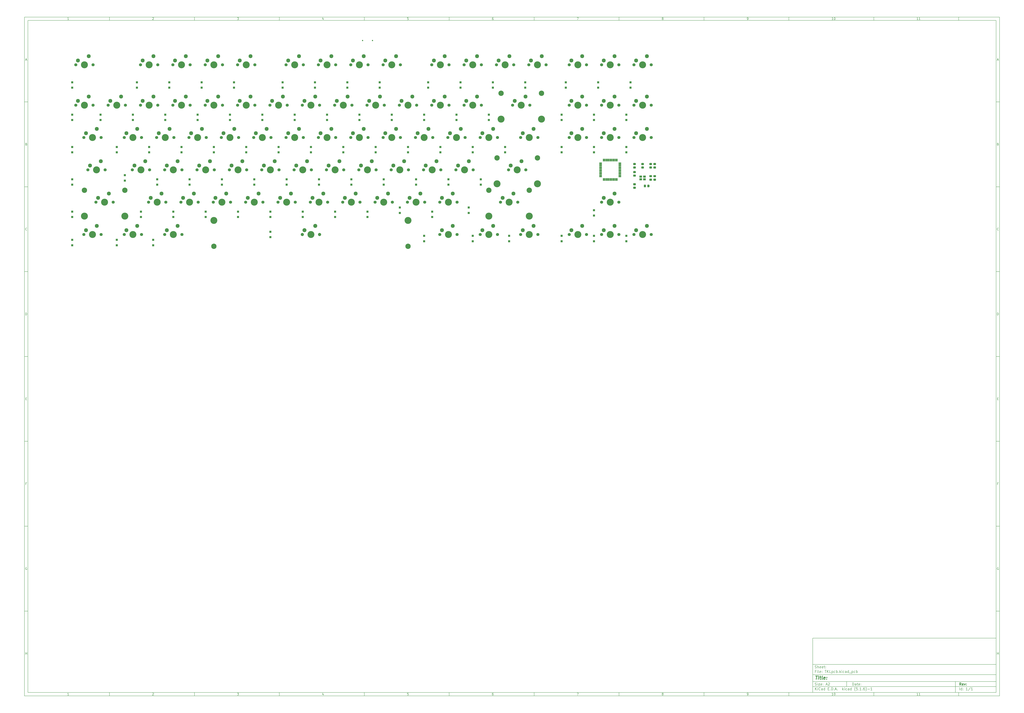
<source format=gbr>
%TF.GenerationSoftware,KiCad,Pcbnew,(5.1.6)-1*%
%TF.CreationDate,2020-07-25T19:19:23-04:00*%
%TF.ProjectId,TKLpcb,544b4c70-6362-42e6-9b69-6361645f7063,rev?*%
%TF.SameCoordinates,Original*%
%TF.FileFunction,Soldermask,Bot*%
%TF.FilePolarity,Negative*%
%FSLAX46Y46*%
G04 Gerber Fmt 4.6, Leading zero omitted, Abs format (unit mm)*
G04 Created by KiCad (PCBNEW (5.1.6)-1) date 2020-07-25 19:19:23*
%MOMM*%
%LPD*%
G01*
G04 APERTURE LIST*
%ADD10C,0.100000*%
%ADD11C,0.150000*%
%ADD12C,0.300000*%
%ADD13C,0.400000*%
%ADD14R,1.500000X1.300000*%
%ADD15R,0.650000X1.600000*%
%ADD16R,1.600000X0.650000*%
%ADD17C,1.800000*%
%ADD18C,4.100000*%
%ADD19C,2.300000*%
%ADD20C,2.350000*%
%ADD21C,4.087800*%
%ADD22C,1.850000*%
%ADD23C,3.148000*%
%ADD24C,3.150000*%
%ADD25C,0.750000*%
%ADD26R,1.300000X1.300000*%
G04 APERTURE END LIST*
D10*
D11*
X474004400Y-375989000D02*
X474004400Y-407989000D01*
X582004400Y-407989000D01*
X582004400Y-375989000D01*
X474004400Y-375989000D01*
D10*
D11*
X10000000Y-10000000D02*
X10000000Y-409989000D01*
X584004400Y-409989000D01*
X584004400Y-10000000D01*
X10000000Y-10000000D01*
D10*
D11*
X12000000Y-12000000D02*
X12000000Y-407989000D01*
X582004400Y-407989000D01*
X582004400Y-12000000D01*
X12000000Y-12000000D01*
D10*
D11*
X60000000Y-12000000D02*
X60000000Y-10000000D01*
D10*
D11*
X110000000Y-12000000D02*
X110000000Y-10000000D01*
D10*
D11*
X160000000Y-12000000D02*
X160000000Y-10000000D01*
D10*
D11*
X210000000Y-12000000D02*
X210000000Y-10000000D01*
D10*
D11*
X260000000Y-12000000D02*
X260000000Y-10000000D01*
D10*
D11*
X310000000Y-12000000D02*
X310000000Y-10000000D01*
D10*
D11*
X360000000Y-12000000D02*
X360000000Y-10000000D01*
D10*
D11*
X410000000Y-12000000D02*
X410000000Y-10000000D01*
D10*
D11*
X460000000Y-12000000D02*
X460000000Y-10000000D01*
D10*
D11*
X510000000Y-12000000D02*
X510000000Y-10000000D01*
D10*
D11*
X560000000Y-12000000D02*
X560000000Y-10000000D01*
D10*
D11*
X36065476Y-11588095D02*
X35322619Y-11588095D01*
X35694047Y-11588095D02*
X35694047Y-10288095D01*
X35570238Y-10473809D01*
X35446428Y-10597619D01*
X35322619Y-10659523D01*
D10*
D11*
X85322619Y-10411904D02*
X85384523Y-10350000D01*
X85508333Y-10288095D01*
X85817857Y-10288095D01*
X85941666Y-10350000D01*
X86003571Y-10411904D01*
X86065476Y-10535714D01*
X86065476Y-10659523D01*
X86003571Y-10845238D01*
X85260714Y-11588095D01*
X86065476Y-11588095D01*
D10*
D11*
X135260714Y-10288095D02*
X136065476Y-10288095D01*
X135632142Y-10783333D01*
X135817857Y-10783333D01*
X135941666Y-10845238D01*
X136003571Y-10907142D01*
X136065476Y-11030952D01*
X136065476Y-11340476D01*
X136003571Y-11464285D01*
X135941666Y-11526190D01*
X135817857Y-11588095D01*
X135446428Y-11588095D01*
X135322619Y-11526190D01*
X135260714Y-11464285D01*
D10*
D11*
X185941666Y-10721428D02*
X185941666Y-11588095D01*
X185632142Y-10226190D02*
X185322619Y-11154761D01*
X186127380Y-11154761D01*
D10*
D11*
X236003571Y-10288095D02*
X235384523Y-10288095D01*
X235322619Y-10907142D01*
X235384523Y-10845238D01*
X235508333Y-10783333D01*
X235817857Y-10783333D01*
X235941666Y-10845238D01*
X236003571Y-10907142D01*
X236065476Y-11030952D01*
X236065476Y-11340476D01*
X236003571Y-11464285D01*
X235941666Y-11526190D01*
X235817857Y-11588095D01*
X235508333Y-11588095D01*
X235384523Y-11526190D01*
X235322619Y-11464285D01*
D10*
D11*
X285941666Y-10288095D02*
X285694047Y-10288095D01*
X285570238Y-10350000D01*
X285508333Y-10411904D01*
X285384523Y-10597619D01*
X285322619Y-10845238D01*
X285322619Y-11340476D01*
X285384523Y-11464285D01*
X285446428Y-11526190D01*
X285570238Y-11588095D01*
X285817857Y-11588095D01*
X285941666Y-11526190D01*
X286003571Y-11464285D01*
X286065476Y-11340476D01*
X286065476Y-11030952D01*
X286003571Y-10907142D01*
X285941666Y-10845238D01*
X285817857Y-10783333D01*
X285570238Y-10783333D01*
X285446428Y-10845238D01*
X285384523Y-10907142D01*
X285322619Y-11030952D01*
D10*
D11*
X335260714Y-10288095D02*
X336127380Y-10288095D01*
X335570238Y-11588095D01*
D10*
D11*
X385570238Y-10845238D02*
X385446428Y-10783333D01*
X385384523Y-10721428D01*
X385322619Y-10597619D01*
X385322619Y-10535714D01*
X385384523Y-10411904D01*
X385446428Y-10350000D01*
X385570238Y-10288095D01*
X385817857Y-10288095D01*
X385941666Y-10350000D01*
X386003571Y-10411904D01*
X386065476Y-10535714D01*
X386065476Y-10597619D01*
X386003571Y-10721428D01*
X385941666Y-10783333D01*
X385817857Y-10845238D01*
X385570238Y-10845238D01*
X385446428Y-10907142D01*
X385384523Y-10969047D01*
X385322619Y-11092857D01*
X385322619Y-11340476D01*
X385384523Y-11464285D01*
X385446428Y-11526190D01*
X385570238Y-11588095D01*
X385817857Y-11588095D01*
X385941666Y-11526190D01*
X386003571Y-11464285D01*
X386065476Y-11340476D01*
X386065476Y-11092857D01*
X386003571Y-10969047D01*
X385941666Y-10907142D01*
X385817857Y-10845238D01*
D10*
D11*
X435446428Y-11588095D02*
X435694047Y-11588095D01*
X435817857Y-11526190D01*
X435879761Y-11464285D01*
X436003571Y-11278571D01*
X436065476Y-11030952D01*
X436065476Y-10535714D01*
X436003571Y-10411904D01*
X435941666Y-10350000D01*
X435817857Y-10288095D01*
X435570238Y-10288095D01*
X435446428Y-10350000D01*
X435384523Y-10411904D01*
X435322619Y-10535714D01*
X435322619Y-10845238D01*
X435384523Y-10969047D01*
X435446428Y-11030952D01*
X435570238Y-11092857D01*
X435817857Y-11092857D01*
X435941666Y-11030952D01*
X436003571Y-10969047D01*
X436065476Y-10845238D01*
D10*
D11*
X486065476Y-11588095D02*
X485322619Y-11588095D01*
X485694047Y-11588095D02*
X485694047Y-10288095D01*
X485570238Y-10473809D01*
X485446428Y-10597619D01*
X485322619Y-10659523D01*
X486870238Y-10288095D02*
X486994047Y-10288095D01*
X487117857Y-10350000D01*
X487179761Y-10411904D01*
X487241666Y-10535714D01*
X487303571Y-10783333D01*
X487303571Y-11092857D01*
X487241666Y-11340476D01*
X487179761Y-11464285D01*
X487117857Y-11526190D01*
X486994047Y-11588095D01*
X486870238Y-11588095D01*
X486746428Y-11526190D01*
X486684523Y-11464285D01*
X486622619Y-11340476D01*
X486560714Y-11092857D01*
X486560714Y-10783333D01*
X486622619Y-10535714D01*
X486684523Y-10411904D01*
X486746428Y-10350000D01*
X486870238Y-10288095D01*
D10*
D11*
X536065476Y-11588095D02*
X535322619Y-11588095D01*
X535694047Y-11588095D02*
X535694047Y-10288095D01*
X535570238Y-10473809D01*
X535446428Y-10597619D01*
X535322619Y-10659523D01*
X537303571Y-11588095D02*
X536560714Y-11588095D01*
X536932142Y-11588095D02*
X536932142Y-10288095D01*
X536808333Y-10473809D01*
X536684523Y-10597619D01*
X536560714Y-10659523D01*
D10*
D11*
X60000000Y-407989000D02*
X60000000Y-409989000D01*
D10*
D11*
X110000000Y-407989000D02*
X110000000Y-409989000D01*
D10*
D11*
X160000000Y-407989000D02*
X160000000Y-409989000D01*
D10*
D11*
X210000000Y-407989000D02*
X210000000Y-409989000D01*
D10*
D11*
X260000000Y-407989000D02*
X260000000Y-409989000D01*
D10*
D11*
X310000000Y-407989000D02*
X310000000Y-409989000D01*
D10*
D11*
X360000000Y-407989000D02*
X360000000Y-409989000D01*
D10*
D11*
X410000000Y-407989000D02*
X410000000Y-409989000D01*
D10*
D11*
X460000000Y-407989000D02*
X460000000Y-409989000D01*
D10*
D11*
X510000000Y-407989000D02*
X510000000Y-409989000D01*
D10*
D11*
X560000000Y-407989000D02*
X560000000Y-409989000D01*
D10*
D11*
X36065476Y-409577095D02*
X35322619Y-409577095D01*
X35694047Y-409577095D02*
X35694047Y-408277095D01*
X35570238Y-408462809D01*
X35446428Y-408586619D01*
X35322619Y-408648523D01*
D10*
D11*
X85322619Y-408400904D02*
X85384523Y-408339000D01*
X85508333Y-408277095D01*
X85817857Y-408277095D01*
X85941666Y-408339000D01*
X86003571Y-408400904D01*
X86065476Y-408524714D01*
X86065476Y-408648523D01*
X86003571Y-408834238D01*
X85260714Y-409577095D01*
X86065476Y-409577095D01*
D10*
D11*
X135260714Y-408277095D02*
X136065476Y-408277095D01*
X135632142Y-408772333D01*
X135817857Y-408772333D01*
X135941666Y-408834238D01*
X136003571Y-408896142D01*
X136065476Y-409019952D01*
X136065476Y-409329476D01*
X136003571Y-409453285D01*
X135941666Y-409515190D01*
X135817857Y-409577095D01*
X135446428Y-409577095D01*
X135322619Y-409515190D01*
X135260714Y-409453285D01*
D10*
D11*
X185941666Y-408710428D02*
X185941666Y-409577095D01*
X185632142Y-408215190D02*
X185322619Y-409143761D01*
X186127380Y-409143761D01*
D10*
D11*
X236003571Y-408277095D02*
X235384523Y-408277095D01*
X235322619Y-408896142D01*
X235384523Y-408834238D01*
X235508333Y-408772333D01*
X235817857Y-408772333D01*
X235941666Y-408834238D01*
X236003571Y-408896142D01*
X236065476Y-409019952D01*
X236065476Y-409329476D01*
X236003571Y-409453285D01*
X235941666Y-409515190D01*
X235817857Y-409577095D01*
X235508333Y-409577095D01*
X235384523Y-409515190D01*
X235322619Y-409453285D01*
D10*
D11*
X285941666Y-408277095D02*
X285694047Y-408277095D01*
X285570238Y-408339000D01*
X285508333Y-408400904D01*
X285384523Y-408586619D01*
X285322619Y-408834238D01*
X285322619Y-409329476D01*
X285384523Y-409453285D01*
X285446428Y-409515190D01*
X285570238Y-409577095D01*
X285817857Y-409577095D01*
X285941666Y-409515190D01*
X286003571Y-409453285D01*
X286065476Y-409329476D01*
X286065476Y-409019952D01*
X286003571Y-408896142D01*
X285941666Y-408834238D01*
X285817857Y-408772333D01*
X285570238Y-408772333D01*
X285446428Y-408834238D01*
X285384523Y-408896142D01*
X285322619Y-409019952D01*
D10*
D11*
X335260714Y-408277095D02*
X336127380Y-408277095D01*
X335570238Y-409577095D01*
D10*
D11*
X385570238Y-408834238D02*
X385446428Y-408772333D01*
X385384523Y-408710428D01*
X385322619Y-408586619D01*
X385322619Y-408524714D01*
X385384523Y-408400904D01*
X385446428Y-408339000D01*
X385570238Y-408277095D01*
X385817857Y-408277095D01*
X385941666Y-408339000D01*
X386003571Y-408400904D01*
X386065476Y-408524714D01*
X386065476Y-408586619D01*
X386003571Y-408710428D01*
X385941666Y-408772333D01*
X385817857Y-408834238D01*
X385570238Y-408834238D01*
X385446428Y-408896142D01*
X385384523Y-408958047D01*
X385322619Y-409081857D01*
X385322619Y-409329476D01*
X385384523Y-409453285D01*
X385446428Y-409515190D01*
X385570238Y-409577095D01*
X385817857Y-409577095D01*
X385941666Y-409515190D01*
X386003571Y-409453285D01*
X386065476Y-409329476D01*
X386065476Y-409081857D01*
X386003571Y-408958047D01*
X385941666Y-408896142D01*
X385817857Y-408834238D01*
D10*
D11*
X435446428Y-409577095D02*
X435694047Y-409577095D01*
X435817857Y-409515190D01*
X435879761Y-409453285D01*
X436003571Y-409267571D01*
X436065476Y-409019952D01*
X436065476Y-408524714D01*
X436003571Y-408400904D01*
X435941666Y-408339000D01*
X435817857Y-408277095D01*
X435570238Y-408277095D01*
X435446428Y-408339000D01*
X435384523Y-408400904D01*
X435322619Y-408524714D01*
X435322619Y-408834238D01*
X435384523Y-408958047D01*
X435446428Y-409019952D01*
X435570238Y-409081857D01*
X435817857Y-409081857D01*
X435941666Y-409019952D01*
X436003571Y-408958047D01*
X436065476Y-408834238D01*
D10*
D11*
X486065476Y-409577095D02*
X485322619Y-409577095D01*
X485694047Y-409577095D02*
X485694047Y-408277095D01*
X485570238Y-408462809D01*
X485446428Y-408586619D01*
X485322619Y-408648523D01*
X486870238Y-408277095D02*
X486994047Y-408277095D01*
X487117857Y-408339000D01*
X487179761Y-408400904D01*
X487241666Y-408524714D01*
X487303571Y-408772333D01*
X487303571Y-409081857D01*
X487241666Y-409329476D01*
X487179761Y-409453285D01*
X487117857Y-409515190D01*
X486994047Y-409577095D01*
X486870238Y-409577095D01*
X486746428Y-409515190D01*
X486684523Y-409453285D01*
X486622619Y-409329476D01*
X486560714Y-409081857D01*
X486560714Y-408772333D01*
X486622619Y-408524714D01*
X486684523Y-408400904D01*
X486746428Y-408339000D01*
X486870238Y-408277095D01*
D10*
D11*
X536065476Y-409577095D02*
X535322619Y-409577095D01*
X535694047Y-409577095D02*
X535694047Y-408277095D01*
X535570238Y-408462809D01*
X535446428Y-408586619D01*
X535322619Y-408648523D01*
X537303571Y-409577095D02*
X536560714Y-409577095D01*
X536932142Y-409577095D02*
X536932142Y-408277095D01*
X536808333Y-408462809D01*
X536684523Y-408586619D01*
X536560714Y-408648523D01*
D10*
D11*
X10000000Y-60000000D02*
X12000000Y-60000000D01*
D10*
D11*
X10000000Y-110000000D02*
X12000000Y-110000000D01*
D10*
D11*
X10000000Y-160000000D02*
X12000000Y-160000000D01*
D10*
D11*
X10000000Y-210000000D02*
X12000000Y-210000000D01*
D10*
D11*
X10000000Y-260000000D02*
X12000000Y-260000000D01*
D10*
D11*
X10000000Y-310000000D02*
X12000000Y-310000000D01*
D10*
D11*
X10000000Y-360000000D02*
X12000000Y-360000000D01*
D10*
D11*
X10690476Y-35216666D02*
X11309523Y-35216666D01*
X10566666Y-35588095D02*
X11000000Y-34288095D01*
X11433333Y-35588095D01*
D10*
D11*
X11092857Y-84907142D02*
X11278571Y-84969047D01*
X11340476Y-85030952D01*
X11402380Y-85154761D01*
X11402380Y-85340476D01*
X11340476Y-85464285D01*
X11278571Y-85526190D01*
X11154761Y-85588095D01*
X10659523Y-85588095D01*
X10659523Y-84288095D01*
X11092857Y-84288095D01*
X11216666Y-84350000D01*
X11278571Y-84411904D01*
X11340476Y-84535714D01*
X11340476Y-84659523D01*
X11278571Y-84783333D01*
X11216666Y-84845238D01*
X11092857Y-84907142D01*
X10659523Y-84907142D01*
D10*
D11*
X11402380Y-135464285D02*
X11340476Y-135526190D01*
X11154761Y-135588095D01*
X11030952Y-135588095D01*
X10845238Y-135526190D01*
X10721428Y-135402380D01*
X10659523Y-135278571D01*
X10597619Y-135030952D01*
X10597619Y-134845238D01*
X10659523Y-134597619D01*
X10721428Y-134473809D01*
X10845238Y-134350000D01*
X11030952Y-134288095D01*
X11154761Y-134288095D01*
X11340476Y-134350000D01*
X11402380Y-134411904D01*
D10*
D11*
X10659523Y-185588095D02*
X10659523Y-184288095D01*
X10969047Y-184288095D01*
X11154761Y-184350000D01*
X11278571Y-184473809D01*
X11340476Y-184597619D01*
X11402380Y-184845238D01*
X11402380Y-185030952D01*
X11340476Y-185278571D01*
X11278571Y-185402380D01*
X11154761Y-185526190D01*
X10969047Y-185588095D01*
X10659523Y-185588095D01*
D10*
D11*
X10721428Y-234907142D02*
X11154761Y-234907142D01*
X11340476Y-235588095D02*
X10721428Y-235588095D01*
X10721428Y-234288095D01*
X11340476Y-234288095D01*
D10*
D11*
X11185714Y-284907142D02*
X10752380Y-284907142D01*
X10752380Y-285588095D02*
X10752380Y-284288095D01*
X11371428Y-284288095D01*
D10*
D11*
X11340476Y-334350000D02*
X11216666Y-334288095D01*
X11030952Y-334288095D01*
X10845238Y-334350000D01*
X10721428Y-334473809D01*
X10659523Y-334597619D01*
X10597619Y-334845238D01*
X10597619Y-335030952D01*
X10659523Y-335278571D01*
X10721428Y-335402380D01*
X10845238Y-335526190D01*
X11030952Y-335588095D01*
X11154761Y-335588095D01*
X11340476Y-335526190D01*
X11402380Y-335464285D01*
X11402380Y-335030952D01*
X11154761Y-335030952D01*
D10*
D11*
X10628571Y-385588095D02*
X10628571Y-384288095D01*
X10628571Y-384907142D02*
X11371428Y-384907142D01*
X11371428Y-385588095D02*
X11371428Y-384288095D01*
D10*
D11*
X584004400Y-60000000D02*
X582004400Y-60000000D01*
D10*
D11*
X584004400Y-110000000D02*
X582004400Y-110000000D01*
D10*
D11*
X584004400Y-160000000D02*
X582004400Y-160000000D01*
D10*
D11*
X584004400Y-210000000D02*
X582004400Y-210000000D01*
D10*
D11*
X584004400Y-260000000D02*
X582004400Y-260000000D01*
D10*
D11*
X584004400Y-310000000D02*
X582004400Y-310000000D01*
D10*
D11*
X584004400Y-360000000D02*
X582004400Y-360000000D01*
D10*
D11*
X582694876Y-35216666D02*
X583313923Y-35216666D01*
X582571066Y-35588095D02*
X583004400Y-34288095D01*
X583437733Y-35588095D01*
D10*
D11*
X583097257Y-84907142D02*
X583282971Y-84969047D01*
X583344876Y-85030952D01*
X583406780Y-85154761D01*
X583406780Y-85340476D01*
X583344876Y-85464285D01*
X583282971Y-85526190D01*
X583159161Y-85588095D01*
X582663923Y-85588095D01*
X582663923Y-84288095D01*
X583097257Y-84288095D01*
X583221066Y-84350000D01*
X583282971Y-84411904D01*
X583344876Y-84535714D01*
X583344876Y-84659523D01*
X583282971Y-84783333D01*
X583221066Y-84845238D01*
X583097257Y-84907142D01*
X582663923Y-84907142D01*
D10*
D11*
X583406780Y-135464285D02*
X583344876Y-135526190D01*
X583159161Y-135588095D01*
X583035352Y-135588095D01*
X582849638Y-135526190D01*
X582725828Y-135402380D01*
X582663923Y-135278571D01*
X582602019Y-135030952D01*
X582602019Y-134845238D01*
X582663923Y-134597619D01*
X582725828Y-134473809D01*
X582849638Y-134350000D01*
X583035352Y-134288095D01*
X583159161Y-134288095D01*
X583344876Y-134350000D01*
X583406780Y-134411904D01*
D10*
D11*
X582663923Y-185588095D02*
X582663923Y-184288095D01*
X582973447Y-184288095D01*
X583159161Y-184350000D01*
X583282971Y-184473809D01*
X583344876Y-184597619D01*
X583406780Y-184845238D01*
X583406780Y-185030952D01*
X583344876Y-185278571D01*
X583282971Y-185402380D01*
X583159161Y-185526190D01*
X582973447Y-185588095D01*
X582663923Y-185588095D01*
D10*
D11*
X582725828Y-234907142D02*
X583159161Y-234907142D01*
X583344876Y-235588095D02*
X582725828Y-235588095D01*
X582725828Y-234288095D01*
X583344876Y-234288095D01*
D10*
D11*
X583190114Y-284907142D02*
X582756780Y-284907142D01*
X582756780Y-285588095D02*
X582756780Y-284288095D01*
X583375828Y-284288095D01*
D10*
D11*
X583344876Y-334350000D02*
X583221066Y-334288095D01*
X583035352Y-334288095D01*
X582849638Y-334350000D01*
X582725828Y-334473809D01*
X582663923Y-334597619D01*
X582602019Y-334845238D01*
X582602019Y-335030952D01*
X582663923Y-335278571D01*
X582725828Y-335402380D01*
X582849638Y-335526190D01*
X583035352Y-335588095D01*
X583159161Y-335588095D01*
X583344876Y-335526190D01*
X583406780Y-335464285D01*
X583406780Y-335030952D01*
X583159161Y-335030952D01*
D10*
D11*
X582632971Y-385588095D02*
X582632971Y-384288095D01*
X582632971Y-384907142D02*
X583375828Y-384907142D01*
X583375828Y-385588095D02*
X583375828Y-384288095D01*
D10*
D11*
X497436542Y-403767571D02*
X497436542Y-402267571D01*
X497793685Y-402267571D01*
X498007971Y-402339000D01*
X498150828Y-402481857D01*
X498222257Y-402624714D01*
X498293685Y-402910428D01*
X498293685Y-403124714D01*
X498222257Y-403410428D01*
X498150828Y-403553285D01*
X498007971Y-403696142D01*
X497793685Y-403767571D01*
X497436542Y-403767571D01*
X499579400Y-403767571D02*
X499579400Y-402981857D01*
X499507971Y-402839000D01*
X499365114Y-402767571D01*
X499079400Y-402767571D01*
X498936542Y-402839000D01*
X499579400Y-403696142D02*
X499436542Y-403767571D01*
X499079400Y-403767571D01*
X498936542Y-403696142D01*
X498865114Y-403553285D01*
X498865114Y-403410428D01*
X498936542Y-403267571D01*
X499079400Y-403196142D01*
X499436542Y-403196142D01*
X499579400Y-403124714D01*
X500079400Y-402767571D02*
X500650828Y-402767571D01*
X500293685Y-402267571D02*
X500293685Y-403553285D01*
X500365114Y-403696142D01*
X500507971Y-403767571D01*
X500650828Y-403767571D01*
X501722257Y-403696142D02*
X501579400Y-403767571D01*
X501293685Y-403767571D01*
X501150828Y-403696142D01*
X501079400Y-403553285D01*
X501079400Y-402981857D01*
X501150828Y-402839000D01*
X501293685Y-402767571D01*
X501579400Y-402767571D01*
X501722257Y-402839000D01*
X501793685Y-402981857D01*
X501793685Y-403124714D01*
X501079400Y-403267571D01*
X502436542Y-403624714D02*
X502507971Y-403696142D01*
X502436542Y-403767571D01*
X502365114Y-403696142D01*
X502436542Y-403624714D01*
X502436542Y-403767571D01*
X502436542Y-402839000D02*
X502507971Y-402910428D01*
X502436542Y-402981857D01*
X502365114Y-402910428D01*
X502436542Y-402839000D01*
X502436542Y-402981857D01*
D10*
D11*
X474004400Y-404489000D02*
X582004400Y-404489000D01*
D10*
D11*
X475436542Y-406567571D02*
X475436542Y-405067571D01*
X476293685Y-406567571D02*
X475650828Y-405710428D01*
X476293685Y-405067571D02*
X475436542Y-405924714D01*
X476936542Y-406567571D02*
X476936542Y-405567571D01*
X476936542Y-405067571D02*
X476865114Y-405139000D01*
X476936542Y-405210428D01*
X477007971Y-405139000D01*
X476936542Y-405067571D01*
X476936542Y-405210428D01*
X478507971Y-406424714D02*
X478436542Y-406496142D01*
X478222257Y-406567571D01*
X478079400Y-406567571D01*
X477865114Y-406496142D01*
X477722257Y-406353285D01*
X477650828Y-406210428D01*
X477579400Y-405924714D01*
X477579400Y-405710428D01*
X477650828Y-405424714D01*
X477722257Y-405281857D01*
X477865114Y-405139000D01*
X478079400Y-405067571D01*
X478222257Y-405067571D01*
X478436542Y-405139000D01*
X478507971Y-405210428D01*
X479793685Y-406567571D02*
X479793685Y-405781857D01*
X479722257Y-405639000D01*
X479579400Y-405567571D01*
X479293685Y-405567571D01*
X479150828Y-405639000D01*
X479793685Y-406496142D02*
X479650828Y-406567571D01*
X479293685Y-406567571D01*
X479150828Y-406496142D01*
X479079400Y-406353285D01*
X479079400Y-406210428D01*
X479150828Y-406067571D01*
X479293685Y-405996142D01*
X479650828Y-405996142D01*
X479793685Y-405924714D01*
X481150828Y-406567571D02*
X481150828Y-405067571D01*
X481150828Y-406496142D02*
X481007971Y-406567571D01*
X480722257Y-406567571D01*
X480579400Y-406496142D01*
X480507971Y-406424714D01*
X480436542Y-406281857D01*
X480436542Y-405853285D01*
X480507971Y-405710428D01*
X480579400Y-405639000D01*
X480722257Y-405567571D01*
X481007971Y-405567571D01*
X481150828Y-405639000D01*
X483007971Y-405781857D02*
X483507971Y-405781857D01*
X483722257Y-406567571D02*
X483007971Y-406567571D01*
X483007971Y-405067571D01*
X483722257Y-405067571D01*
X484365114Y-406424714D02*
X484436542Y-406496142D01*
X484365114Y-406567571D01*
X484293685Y-406496142D01*
X484365114Y-406424714D01*
X484365114Y-406567571D01*
X485079400Y-406567571D02*
X485079400Y-405067571D01*
X485436542Y-405067571D01*
X485650828Y-405139000D01*
X485793685Y-405281857D01*
X485865114Y-405424714D01*
X485936542Y-405710428D01*
X485936542Y-405924714D01*
X485865114Y-406210428D01*
X485793685Y-406353285D01*
X485650828Y-406496142D01*
X485436542Y-406567571D01*
X485079400Y-406567571D01*
X486579400Y-406424714D02*
X486650828Y-406496142D01*
X486579400Y-406567571D01*
X486507971Y-406496142D01*
X486579400Y-406424714D01*
X486579400Y-406567571D01*
X487222257Y-406139000D02*
X487936542Y-406139000D01*
X487079400Y-406567571D02*
X487579400Y-405067571D01*
X488079400Y-406567571D01*
X488579400Y-406424714D02*
X488650828Y-406496142D01*
X488579400Y-406567571D01*
X488507971Y-406496142D01*
X488579400Y-406424714D01*
X488579400Y-406567571D01*
X491579400Y-406567571D02*
X491579400Y-405067571D01*
X491722257Y-405996142D02*
X492150828Y-406567571D01*
X492150828Y-405567571D02*
X491579400Y-406139000D01*
X492793685Y-406567571D02*
X492793685Y-405567571D01*
X492793685Y-405067571D02*
X492722257Y-405139000D01*
X492793685Y-405210428D01*
X492865114Y-405139000D01*
X492793685Y-405067571D01*
X492793685Y-405210428D01*
X494150828Y-406496142D02*
X494007971Y-406567571D01*
X493722257Y-406567571D01*
X493579400Y-406496142D01*
X493507971Y-406424714D01*
X493436542Y-406281857D01*
X493436542Y-405853285D01*
X493507971Y-405710428D01*
X493579400Y-405639000D01*
X493722257Y-405567571D01*
X494007971Y-405567571D01*
X494150828Y-405639000D01*
X495436542Y-406567571D02*
X495436542Y-405781857D01*
X495365114Y-405639000D01*
X495222257Y-405567571D01*
X494936542Y-405567571D01*
X494793685Y-405639000D01*
X495436542Y-406496142D02*
X495293685Y-406567571D01*
X494936542Y-406567571D01*
X494793685Y-406496142D01*
X494722257Y-406353285D01*
X494722257Y-406210428D01*
X494793685Y-406067571D01*
X494936542Y-405996142D01*
X495293685Y-405996142D01*
X495436542Y-405924714D01*
X496793685Y-406567571D02*
X496793685Y-405067571D01*
X496793685Y-406496142D02*
X496650828Y-406567571D01*
X496365114Y-406567571D01*
X496222257Y-406496142D01*
X496150828Y-406424714D01*
X496079400Y-406281857D01*
X496079400Y-405853285D01*
X496150828Y-405710428D01*
X496222257Y-405639000D01*
X496365114Y-405567571D01*
X496650828Y-405567571D01*
X496793685Y-405639000D01*
X499079400Y-407139000D02*
X499007971Y-407067571D01*
X498865114Y-406853285D01*
X498793685Y-406710428D01*
X498722257Y-406496142D01*
X498650828Y-406139000D01*
X498650828Y-405853285D01*
X498722257Y-405496142D01*
X498793685Y-405281857D01*
X498865114Y-405139000D01*
X499007971Y-404924714D01*
X499079400Y-404853285D01*
X500365114Y-405067571D02*
X499650828Y-405067571D01*
X499579400Y-405781857D01*
X499650828Y-405710428D01*
X499793685Y-405639000D01*
X500150828Y-405639000D01*
X500293685Y-405710428D01*
X500365114Y-405781857D01*
X500436542Y-405924714D01*
X500436542Y-406281857D01*
X500365114Y-406424714D01*
X500293685Y-406496142D01*
X500150828Y-406567571D01*
X499793685Y-406567571D01*
X499650828Y-406496142D01*
X499579400Y-406424714D01*
X501079400Y-406424714D02*
X501150828Y-406496142D01*
X501079400Y-406567571D01*
X501007971Y-406496142D01*
X501079400Y-406424714D01*
X501079400Y-406567571D01*
X502579400Y-406567571D02*
X501722257Y-406567571D01*
X502150828Y-406567571D02*
X502150828Y-405067571D01*
X502007971Y-405281857D01*
X501865114Y-405424714D01*
X501722257Y-405496142D01*
X503222257Y-406424714D02*
X503293685Y-406496142D01*
X503222257Y-406567571D01*
X503150828Y-406496142D01*
X503222257Y-406424714D01*
X503222257Y-406567571D01*
X504579400Y-405067571D02*
X504293685Y-405067571D01*
X504150828Y-405139000D01*
X504079400Y-405210428D01*
X503936542Y-405424714D01*
X503865114Y-405710428D01*
X503865114Y-406281857D01*
X503936542Y-406424714D01*
X504007971Y-406496142D01*
X504150828Y-406567571D01*
X504436542Y-406567571D01*
X504579400Y-406496142D01*
X504650828Y-406424714D01*
X504722257Y-406281857D01*
X504722257Y-405924714D01*
X504650828Y-405781857D01*
X504579400Y-405710428D01*
X504436542Y-405639000D01*
X504150828Y-405639000D01*
X504007971Y-405710428D01*
X503936542Y-405781857D01*
X503865114Y-405924714D01*
X505222257Y-407139000D02*
X505293685Y-407067571D01*
X505436542Y-406853285D01*
X505507971Y-406710428D01*
X505579400Y-406496142D01*
X505650828Y-406139000D01*
X505650828Y-405853285D01*
X505579400Y-405496142D01*
X505507971Y-405281857D01*
X505436542Y-405139000D01*
X505293685Y-404924714D01*
X505222257Y-404853285D01*
X506365114Y-405996142D02*
X507507971Y-405996142D01*
X509007971Y-406567571D02*
X508150828Y-406567571D01*
X508579400Y-406567571D02*
X508579400Y-405067571D01*
X508436542Y-405281857D01*
X508293685Y-405424714D01*
X508150828Y-405496142D01*
D10*
D11*
X474004400Y-401489000D02*
X582004400Y-401489000D01*
D10*
D12*
X561413685Y-403767571D02*
X560913685Y-403053285D01*
X560556542Y-403767571D02*
X560556542Y-402267571D01*
X561127971Y-402267571D01*
X561270828Y-402339000D01*
X561342257Y-402410428D01*
X561413685Y-402553285D01*
X561413685Y-402767571D01*
X561342257Y-402910428D01*
X561270828Y-402981857D01*
X561127971Y-403053285D01*
X560556542Y-403053285D01*
X562627971Y-403696142D02*
X562485114Y-403767571D01*
X562199400Y-403767571D01*
X562056542Y-403696142D01*
X561985114Y-403553285D01*
X561985114Y-402981857D01*
X562056542Y-402839000D01*
X562199400Y-402767571D01*
X562485114Y-402767571D01*
X562627971Y-402839000D01*
X562699400Y-402981857D01*
X562699400Y-403124714D01*
X561985114Y-403267571D01*
X563199400Y-402767571D02*
X563556542Y-403767571D01*
X563913685Y-402767571D01*
X564485114Y-403624714D02*
X564556542Y-403696142D01*
X564485114Y-403767571D01*
X564413685Y-403696142D01*
X564485114Y-403624714D01*
X564485114Y-403767571D01*
X564485114Y-402839000D02*
X564556542Y-402910428D01*
X564485114Y-402981857D01*
X564413685Y-402910428D01*
X564485114Y-402839000D01*
X564485114Y-402981857D01*
D10*
D11*
X475365114Y-403696142D02*
X475579400Y-403767571D01*
X475936542Y-403767571D01*
X476079400Y-403696142D01*
X476150828Y-403624714D01*
X476222257Y-403481857D01*
X476222257Y-403339000D01*
X476150828Y-403196142D01*
X476079400Y-403124714D01*
X475936542Y-403053285D01*
X475650828Y-402981857D01*
X475507971Y-402910428D01*
X475436542Y-402839000D01*
X475365114Y-402696142D01*
X475365114Y-402553285D01*
X475436542Y-402410428D01*
X475507971Y-402339000D01*
X475650828Y-402267571D01*
X476007971Y-402267571D01*
X476222257Y-402339000D01*
X476865114Y-403767571D02*
X476865114Y-402767571D01*
X476865114Y-402267571D02*
X476793685Y-402339000D01*
X476865114Y-402410428D01*
X476936542Y-402339000D01*
X476865114Y-402267571D01*
X476865114Y-402410428D01*
X477436542Y-402767571D02*
X478222257Y-402767571D01*
X477436542Y-403767571D01*
X478222257Y-403767571D01*
X479365114Y-403696142D02*
X479222257Y-403767571D01*
X478936542Y-403767571D01*
X478793685Y-403696142D01*
X478722257Y-403553285D01*
X478722257Y-402981857D01*
X478793685Y-402839000D01*
X478936542Y-402767571D01*
X479222257Y-402767571D01*
X479365114Y-402839000D01*
X479436542Y-402981857D01*
X479436542Y-403124714D01*
X478722257Y-403267571D01*
X480079400Y-403624714D02*
X480150828Y-403696142D01*
X480079400Y-403767571D01*
X480007971Y-403696142D01*
X480079400Y-403624714D01*
X480079400Y-403767571D01*
X480079400Y-402839000D02*
X480150828Y-402910428D01*
X480079400Y-402981857D01*
X480007971Y-402910428D01*
X480079400Y-402839000D01*
X480079400Y-402981857D01*
X481865114Y-403339000D02*
X482579400Y-403339000D01*
X481722257Y-403767571D02*
X482222257Y-402267571D01*
X482722257Y-403767571D01*
X483150828Y-402410428D02*
X483222257Y-402339000D01*
X483365114Y-402267571D01*
X483722257Y-402267571D01*
X483865114Y-402339000D01*
X483936542Y-402410428D01*
X484007971Y-402553285D01*
X484007971Y-402696142D01*
X483936542Y-402910428D01*
X483079400Y-403767571D01*
X484007971Y-403767571D01*
D10*
D11*
X560436542Y-406567571D02*
X560436542Y-405067571D01*
X561793685Y-406567571D02*
X561793685Y-405067571D01*
X561793685Y-406496142D02*
X561650828Y-406567571D01*
X561365114Y-406567571D01*
X561222257Y-406496142D01*
X561150828Y-406424714D01*
X561079400Y-406281857D01*
X561079400Y-405853285D01*
X561150828Y-405710428D01*
X561222257Y-405639000D01*
X561365114Y-405567571D01*
X561650828Y-405567571D01*
X561793685Y-405639000D01*
X562507971Y-406424714D02*
X562579400Y-406496142D01*
X562507971Y-406567571D01*
X562436542Y-406496142D01*
X562507971Y-406424714D01*
X562507971Y-406567571D01*
X562507971Y-405639000D02*
X562579400Y-405710428D01*
X562507971Y-405781857D01*
X562436542Y-405710428D01*
X562507971Y-405639000D01*
X562507971Y-405781857D01*
X565150828Y-406567571D02*
X564293685Y-406567571D01*
X564722257Y-406567571D02*
X564722257Y-405067571D01*
X564579400Y-405281857D01*
X564436542Y-405424714D01*
X564293685Y-405496142D01*
X566865114Y-404996142D02*
X565579400Y-406924714D01*
X568150828Y-406567571D02*
X567293685Y-406567571D01*
X567722257Y-406567571D02*
X567722257Y-405067571D01*
X567579400Y-405281857D01*
X567436542Y-405424714D01*
X567293685Y-405496142D01*
D10*
D11*
X474004400Y-397489000D02*
X582004400Y-397489000D01*
D10*
D13*
X475716780Y-398193761D02*
X476859638Y-398193761D01*
X476038209Y-400193761D02*
X476288209Y-398193761D01*
X477276304Y-400193761D02*
X477442971Y-398860428D01*
X477526304Y-398193761D02*
X477419161Y-398289000D01*
X477502495Y-398384238D01*
X477609638Y-398289000D01*
X477526304Y-398193761D01*
X477502495Y-398384238D01*
X478109638Y-398860428D02*
X478871542Y-398860428D01*
X478478685Y-398193761D02*
X478264400Y-399908047D01*
X478335828Y-400098523D01*
X478514400Y-400193761D01*
X478704876Y-400193761D01*
X479657257Y-400193761D02*
X479478685Y-400098523D01*
X479407257Y-399908047D01*
X479621542Y-398193761D01*
X481192971Y-400098523D02*
X480990590Y-400193761D01*
X480609638Y-400193761D01*
X480431066Y-400098523D01*
X480359638Y-399908047D01*
X480454876Y-399146142D01*
X480573923Y-398955666D01*
X480776304Y-398860428D01*
X481157257Y-398860428D01*
X481335828Y-398955666D01*
X481407257Y-399146142D01*
X481383447Y-399336619D01*
X480407257Y-399527095D01*
X482157257Y-400003285D02*
X482240590Y-400098523D01*
X482133447Y-400193761D01*
X482050114Y-400098523D01*
X482157257Y-400003285D01*
X482133447Y-400193761D01*
X482288209Y-398955666D02*
X482371542Y-399050904D01*
X482264400Y-399146142D01*
X482181066Y-399050904D01*
X482288209Y-398955666D01*
X482264400Y-399146142D01*
D10*
D11*
X475936542Y-395581857D02*
X475436542Y-395581857D01*
X475436542Y-396367571D02*
X475436542Y-394867571D01*
X476150828Y-394867571D01*
X476722257Y-396367571D02*
X476722257Y-395367571D01*
X476722257Y-394867571D02*
X476650828Y-394939000D01*
X476722257Y-395010428D01*
X476793685Y-394939000D01*
X476722257Y-394867571D01*
X476722257Y-395010428D01*
X477650828Y-396367571D02*
X477507971Y-396296142D01*
X477436542Y-396153285D01*
X477436542Y-394867571D01*
X478793685Y-396296142D02*
X478650828Y-396367571D01*
X478365114Y-396367571D01*
X478222257Y-396296142D01*
X478150828Y-396153285D01*
X478150828Y-395581857D01*
X478222257Y-395439000D01*
X478365114Y-395367571D01*
X478650828Y-395367571D01*
X478793685Y-395439000D01*
X478865114Y-395581857D01*
X478865114Y-395724714D01*
X478150828Y-395867571D01*
X479507971Y-396224714D02*
X479579400Y-396296142D01*
X479507971Y-396367571D01*
X479436542Y-396296142D01*
X479507971Y-396224714D01*
X479507971Y-396367571D01*
X479507971Y-395439000D02*
X479579400Y-395510428D01*
X479507971Y-395581857D01*
X479436542Y-395510428D01*
X479507971Y-395439000D01*
X479507971Y-395581857D01*
X481150828Y-394867571D02*
X482007971Y-394867571D01*
X481579400Y-396367571D02*
X481579400Y-394867571D01*
X482507971Y-396367571D02*
X482507971Y-394867571D01*
X483365114Y-396367571D02*
X482722257Y-395510428D01*
X483365114Y-394867571D02*
X482507971Y-395724714D01*
X484722257Y-396367571D02*
X484007971Y-396367571D01*
X484007971Y-394867571D01*
X485222257Y-395367571D02*
X485222257Y-396867571D01*
X485222257Y-395439000D02*
X485365114Y-395367571D01*
X485650828Y-395367571D01*
X485793685Y-395439000D01*
X485865114Y-395510428D01*
X485936542Y-395653285D01*
X485936542Y-396081857D01*
X485865114Y-396224714D01*
X485793685Y-396296142D01*
X485650828Y-396367571D01*
X485365114Y-396367571D01*
X485222257Y-396296142D01*
X487222257Y-396296142D02*
X487079400Y-396367571D01*
X486793685Y-396367571D01*
X486650828Y-396296142D01*
X486579400Y-396224714D01*
X486507971Y-396081857D01*
X486507971Y-395653285D01*
X486579400Y-395510428D01*
X486650828Y-395439000D01*
X486793685Y-395367571D01*
X487079400Y-395367571D01*
X487222257Y-395439000D01*
X487865114Y-396367571D02*
X487865114Y-394867571D01*
X487865114Y-395439000D02*
X488007971Y-395367571D01*
X488293685Y-395367571D01*
X488436542Y-395439000D01*
X488507971Y-395510428D01*
X488579400Y-395653285D01*
X488579400Y-396081857D01*
X488507971Y-396224714D01*
X488436542Y-396296142D01*
X488293685Y-396367571D01*
X488007971Y-396367571D01*
X487865114Y-396296142D01*
X489222257Y-396224714D02*
X489293685Y-396296142D01*
X489222257Y-396367571D01*
X489150828Y-396296142D01*
X489222257Y-396224714D01*
X489222257Y-396367571D01*
X489936542Y-396367571D02*
X489936542Y-394867571D01*
X490079400Y-395796142D02*
X490507971Y-396367571D01*
X490507971Y-395367571D02*
X489936542Y-395939000D01*
X491150828Y-396367571D02*
X491150828Y-395367571D01*
X491150828Y-394867571D02*
X491079400Y-394939000D01*
X491150828Y-395010428D01*
X491222257Y-394939000D01*
X491150828Y-394867571D01*
X491150828Y-395010428D01*
X492507971Y-396296142D02*
X492365114Y-396367571D01*
X492079400Y-396367571D01*
X491936542Y-396296142D01*
X491865114Y-396224714D01*
X491793685Y-396081857D01*
X491793685Y-395653285D01*
X491865114Y-395510428D01*
X491936542Y-395439000D01*
X492079400Y-395367571D01*
X492365114Y-395367571D01*
X492507971Y-395439000D01*
X493793685Y-396367571D02*
X493793685Y-395581857D01*
X493722257Y-395439000D01*
X493579400Y-395367571D01*
X493293685Y-395367571D01*
X493150828Y-395439000D01*
X493793685Y-396296142D02*
X493650828Y-396367571D01*
X493293685Y-396367571D01*
X493150828Y-396296142D01*
X493079400Y-396153285D01*
X493079400Y-396010428D01*
X493150828Y-395867571D01*
X493293685Y-395796142D01*
X493650828Y-395796142D01*
X493793685Y-395724714D01*
X495150828Y-396367571D02*
X495150828Y-394867571D01*
X495150828Y-396296142D02*
X495007971Y-396367571D01*
X494722257Y-396367571D01*
X494579400Y-396296142D01*
X494507971Y-396224714D01*
X494436542Y-396081857D01*
X494436542Y-395653285D01*
X494507971Y-395510428D01*
X494579400Y-395439000D01*
X494722257Y-395367571D01*
X495007971Y-395367571D01*
X495150828Y-395439000D01*
X495507971Y-396510428D02*
X496650828Y-396510428D01*
X497007971Y-395367571D02*
X497007971Y-396867571D01*
X497007971Y-395439000D02*
X497150828Y-395367571D01*
X497436542Y-395367571D01*
X497579400Y-395439000D01*
X497650828Y-395510428D01*
X497722257Y-395653285D01*
X497722257Y-396081857D01*
X497650828Y-396224714D01*
X497579400Y-396296142D01*
X497436542Y-396367571D01*
X497150828Y-396367571D01*
X497007971Y-396296142D01*
X499007971Y-396296142D02*
X498865114Y-396367571D01*
X498579400Y-396367571D01*
X498436542Y-396296142D01*
X498365114Y-396224714D01*
X498293685Y-396081857D01*
X498293685Y-395653285D01*
X498365114Y-395510428D01*
X498436542Y-395439000D01*
X498579400Y-395367571D01*
X498865114Y-395367571D01*
X499007971Y-395439000D01*
X499650828Y-396367571D02*
X499650828Y-394867571D01*
X499650828Y-395439000D02*
X499793685Y-395367571D01*
X500079400Y-395367571D01*
X500222257Y-395439000D01*
X500293685Y-395510428D01*
X500365114Y-395653285D01*
X500365114Y-396081857D01*
X500293685Y-396224714D01*
X500222257Y-396296142D01*
X500079400Y-396367571D01*
X499793685Y-396367571D01*
X499650828Y-396296142D01*
D10*
D11*
X474004400Y-391489000D02*
X582004400Y-391489000D01*
D10*
D11*
X475365114Y-393596142D02*
X475579400Y-393667571D01*
X475936542Y-393667571D01*
X476079400Y-393596142D01*
X476150828Y-393524714D01*
X476222257Y-393381857D01*
X476222257Y-393239000D01*
X476150828Y-393096142D01*
X476079400Y-393024714D01*
X475936542Y-392953285D01*
X475650828Y-392881857D01*
X475507971Y-392810428D01*
X475436542Y-392739000D01*
X475365114Y-392596142D01*
X475365114Y-392453285D01*
X475436542Y-392310428D01*
X475507971Y-392239000D01*
X475650828Y-392167571D01*
X476007971Y-392167571D01*
X476222257Y-392239000D01*
X476865114Y-393667571D02*
X476865114Y-392167571D01*
X477507971Y-393667571D02*
X477507971Y-392881857D01*
X477436542Y-392739000D01*
X477293685Y-392667571D01*
X477079400Y-392667571D01*
X476936542Y-392739000D01*
X476865114Y-392810428D01*
X478793685Y-393596142D02*
X478650828Y-393667571D01*
X478365114Y-393667571D01*
X478222257Y-393596142D01*
X478150828Y-393453285D01*
X478150828Y-392881857D01*
X478222257Y-392739000D01*
X478365114Y-392667571D01*
X478650828Y-392667571D01*
X478793685Y-392739000D01*
X478865114Y-392881857D01*
X478865114Y-393024714D01*
X478150828Y-393167571D01*
X480079400Y-393596142D02*
X479936542Y-393667571D01*
X479650828Y-393667571D01*
X479507971Y-393596142D01*
X479436542Y-393453285D01*
X479436542Y-392881857D01*
X479507971Y-392739000D01*
X479650828Y-392667571D01*
X479936542Y-392667571D01*
X480079400Y-392739000D01*
X480150828Y-392881857D01*
X480150828Y-393024714D01*
X479436542Y-393167571D01*
X480579400Y-392667571D02*
X481150828Y-392667571D01*
X480793685Y-392167571D02*
X480793685Y-393453285D01*
X480865114Y-393596142D01*
X481007971Y-393667571D01*
X481150828Y-393667571D01*
X481650828Y-393524714D02*
X481722257Y-393596142D01*
X481650828Y-393667571D01*
X481579400Y-393596142D01*
X481650828Y-393524714D01*
X481650828Y-393667571D01*
X481650828Y-392739000D02*
X481722257Y-392810428D01*
X481650828Y-392881857D01*
X481579400Y-392810428D01*
X481650828Y-392739000D01*
X481650828Y-392881857D01*
D10*
D11*
X494004400Y-401489000D02*
X494004400Y-404489000D01*
D10*
D11*
X558004400Y-401489000D02*
X558004400Y-407989000D01*
%TO.C,R5*%
G36*
G01*
X380521738Y-98031200D02*
X381478262Y-98031200D01*
G75*
G02*
X381750000Y-98302938I0J-271738D01*
G01*
X381750000Y-99009462D01*
G75*
G02*
X381478262Y-99281200I-271738J0D01*
G01*
X380521738Y-99281200D01*
G75*
G02*
X380250000Y-99009462I0J271738D01*
G01*
X380250000Y-98302938D01*
G75*
G02*
X380521738Y-98031200I271738J0D01*
G01*
G37*
G36*
G01*
X380521738Y-95981200D02*
X381478262Y-95981200D01*
G75*
G02*
X381750000Y-96252938I0J-271738D01*
G01*
X381750000Y-96959462D01*
G75*
G02*
X381478262Y-97231200I-271738J0D01*
G01*
X380521738Y-97231200D01*
G75*
G02*
X380250000Y-96959462I0J271738D01*
G01*
X380250000Y-96252938D01*
G75*
G02*
X380521738Y-95981200I271738J0D01*
G01*
G37*
%TD*%
D14*
%TO.C,X1*%
X374956000Y-103975000D03*
X372756000Y-103975000D03*
X374956000Y-105575000D03*
X372756000Y-105575000D03*
%TD*%
D15*
%TO.C,U1*%
X350806000Y-105712000D03*
X351606000Y-105712000D03*
X352406000Y-105712000D03*
X353206000Y-105712000D03*
X354006000Y-105712000D03*
X354806000Y-105712000D03*
X355606000Y-105712000D03*
X356406000Y-105712000D03*
X357206000Y-105712000D03*
X358006000Y-105712000D03*
X358806000Y-105712000D03*
D16*
X360506000Y-104012000D03*
X360506000Y-103212000D03*
X360506000Y-102412000D03*
X360506000Y-101612000D03*
X360506000Y-100812000D03*
X360506000Y-100012000D03*
X360506000Y-99212000D03*
X360506000Y-98412000D03*
X360506000Y-97612000D03*
X360506000Y-96812000D03*
X360506000Y-96012000D03*
D15*
X358806000Y-94312000D03*
X358006000Y-94312000D03*
X357206000Y-94312000D03*
X356406000Y-94312000D03*
X355606000Y-94312000D03*
X354806000Y-94312000D03*
X354006000Y-94312000D03*
X353206000Y-94312000D03*
X352406000Y-94312000D03*
X351606000Y-94312000D03*
X350806000Y-94312000D03*
D16*
X349106000Y-96012000D03*
X349106000Y-96812000D03*
X349106000Y-97612000D03*
X349106000Y-98412000D03*
X349106000Y-99212000D03*
X349106000Y-100012000D03*
X349106000Y-100812000D03*
X349106000Y-101612000D03*
X349106000Y-102412000D03*
X349106000Y-103212000D03*
X349106000Y-104012000D03*
%TD*%
%TO.C,R6*%
G36*
G01*
X380521738Y-105175000D02*
X381478262Y-105175000D01*
G75*
G02*
X381750000Y-105446738I0J-271738D01*
G01*
X381750000Y-106153262D01*
G75*
G02*
X381478262Y-106425000I-271738J0D01*
G01*
X380521738Y-106425000D01*
G75*
G02*
X380250000Y-106153262I0J271738D01*
G01*
X380250000Y-105446738D01*
G75*
G02*
X380521738Y-105175000I271738J0D01*
G01*
G37*
G36*
G01*
X380521738Y-103125000D02*
X381478262Y-103125000D01*
G75*
G02*
X381750000Y-103396738I0J-271738D01*
G01*
X381750000Y-104103262D01*
G75*
G02*
X381478262Y-104375000I-271738J0D01*
G01*
X380521738Y-104375000D01*
G75*
G02*
X380250000Y-104103262I0J271738D01*
G01*
X380250000Y-103396738D01*
G75*
G02*
X380521738Y-103125000I271738J0D01*
G01*
G37*
%TD*%
%TO.C,R4*%
G36*
G01*
X378140738Y-98031200D02*
X379097262Y-98031200D01*
G75*
G02*
X379369000Y-98302938I0J-271738D01*
G01*
X379369000Y-99009462D01*
G75*
G02*
X379097262Y-99281200I-271738J0D01*
G01*
X378140738Y-99281200D01*
G75*
G02*
X377869000Y-99009462I0J271738D01*
G01*
X377869000Y-98302938D01*
G75*
G02*
X378140738Y-98031200I271738J0D01*
G01*
G37*
G36*
G01*
X378140738Y-95981200D02*
X379097262Y-95981200D01*
G75*
G02*
X379369000Y-96252938I0J-271738D01*
G01*
X379369000Y-96959462D01*
G75*
G02*
X379097262Y-97231200I-271738J0D01*
G01*
X378140738Y-97231200D01*
G75*
G02*
X377869000Y-96959462I0J271738D01*
G01*
X377869000Y-96252938D01*
G75*
G02*
X378140738Y-95981200I271738J0D01*
G01*
G37*
%TD*%
%TO.C,R3*%
G36*
G01*
X373377738Y-98031200D02*
X374334262Y-98031200D01*
G75*
G02*
X374606000Y-98302938I0J-271738D01*
G01*
X374606000Y-99009462D01*
G75*
G02*
X374334262Y-99281200I-271738J0D01*
G01*
X373377738Y-99281200D01*
G75*
G02*
X373106000Y-99009462I0J271738D01*
G01*
X373106000Y-98302938D01*
G75*
G02*
X373377738Y-98031200I271738J0D01*
G01*
G37*
G36*
G01*
X373377738Y-95981200D02*
X374334262Y-95981200D01*
G75*
G02*
X374606000Y-96252938I0J-271738D01*
G01*
X374606000Y-96959462D01*
G75*
G02*
X374334262Y-97231200I-271738J0D01*
G01*
X373377738Y-97231200D01*
G75*
G02*
X373106000Y-96959462I0J271738D01*
G01*
X373106000Y-96252938D01*
G75*
G02*
X373377738Y-95981200I271738J0D01*
G01*
G37*
%TD*%
%TO.C,R2*%
G36*
G01*
X368615738Y-109938000D02*
X369572262Y-109938000D01*
G75*
G02*
X369844000Y-110209738I0J-271738D01*
G01*
X369844000Y-110916262D01*
G75*
G02*
X369572262Y-111188000I-271738J0D01*
G01*
X368615738Y-111188000D01*
G75*
G02*
X368344000Y-110916262I0J271738D01*
G01*
X368344000Y-110209738D01*
G75*
G02*
X368615738Y-109938000I271738J0D01*
G01*
G37*
G36*
G01*
X368615738Y-107888000D02*
X369572262Y-107888000D01*
G75*
G02*
X369844000Y-108159738I0J-271738D01*
G01*
X369844000Y-108866262D01*
G75*
G02*
X369572262Y-109138000I-271738J0D01*
G01*
X368615738Y-109138000D01*
G75*
G02*
X368344000Y-108866262I0J271738D01*
G01*
X368344000Y-108159738D01*
G75*
G02*
X368615738Y-107888000I271738J0D01*
G01*
G37*
%TD*%
%TO.C,R1*%
G36*
G01*
X368615738Y-98031200D02*
X369572262Y-98031200D01*
G75*
G02*
X369844000Y-98302938I0J-271738D01*
G01*
X369844000Y-99009462D01*
G75*
G02*
X369572262Y-99281200I-271738J0D01*
G01*
X368615738Y-99281200D01*
G75*
G02*
X368344000Y-99009462I0J271738D01*
G01*
X368344000Y-98302938D01*
G75*
G02*
X368615738Y-98031200I271738J0D01*
G01*
G37*
G36*
G01*
X368615738Y-95981200D02*
X369572262Y-95981200D01*
G75*
G02*
X369844000Y-96252938I0J-271738D01*
G01*
X369844000Y-96959462D01*
G75*
G02*
X369572262Y-97231200I-271738J0D01*
G01*
X368615738Y-97231200D01*
G75*
G02*
X368344000Y-96959462I0J271738D01*
G01*
X368344000Y-96252938D01*
G75*
G02*
X368615738Y-95981200I271738J0D01*
G01*
G37*
%TD*%
D17*
%TO.C,K86*%
X378936000Y-138112000D03*
X368776000Y-138112000D03*
D18*
X373856000Y-138112000D03*
D19*
X370046000Y-135572000D03*
X376396000Y-133032000D03*
%TD*%
D17*
%TO.C,K85*%
X359886000Y-138112000D03*
X349726000Y-138112000D03*
D18*
X354806000Y-138112000D03*
D19*
X350996000Y-135572000D03*
X357346000Y-133032000D03*
%TD*%
D17*
%TO.C,K84*%
X340836000Y-138112000D03*
X330676000Y-138112000D03*
D18*
X335756000Y-138112000D03*
D19*
X331946000Y-135572000D03*
X338296000Y-133032000D03*
%TD*%
D17*
%TO.C,K83*%
X312261000Y-138112000D03*
X302101000Y-138112000D03*
D18*
X307181000Y-138112000D03*
D19*
X303371000Y-135572000D03*
X309721000Y-133032000D03*
%TD*%
D17*
%TO.C,K82*%
X288449000Y-138112000D03*
X278289000Y-138112000D03*
D18*
X283369000Y-138112000D03*
D19*
X279559000Y-135572000D03*
X285909000Y-133032000D03*
%TD*%
D17*
%TO.C,K81*%
X264636000Y-138112000D03*
X254476000Y-138112000D03*
D18*
X259556000Y-138112000D03*
D19*
X255746000Y-135572000D03*
X262096000Y-133032000D03*
%TD*%
D20*
%TO.C,K80*%
X181134000Y-133032000D03*
D21*
X178594000Y-138112000D03*
D20*
X174784000Y-135572000D03*
D22*
X173514000Y-138112000D03*
X183674000Y-138112000D03*
D23*
X121444000Y-145097000D03*
X235744000Y-145097000D03*
D21*
X121444000Y-129857000D03*
X235744000Y-129857000D03*
%TD*%
D17*
%TO.C,K79*%
X102711000Y-138112000D03*
X92551000Y-138112000D03*
D18*
X97631000Y-138112000D03*
D19*
X93821000Y-135572000D03*
X100171000Y-133032000D03*
%TD*%
D17*
%TO.C,K78*%
X78898800Y-138112000D03*
X68738800Y-138112000D03*
D18*
X73818800Y-138112000D03*
D19*
X70008800Y-135572000D03*
X76358800Y-133032000D03*
%TD*%
D17*
%TO.C,K77*%
X55086200Y-138112000D03*
X44926200Y-138112000D03*
D18*
X50006200Y-138112000D03*
D19*
X46196200Y-135572000D03*
X52546200Y-133032000D03*
%TD*%
D17*
%TO.C,K76*%
X359886000Y-119062000D03*
X349726000Y-119062000D03*
D18*
X354806000Y-119062000D03*
D19*
X350996000Y-116522000D03*
X357346000Y-113982000D03*
%TD*%
D24*
%TO.C,K75*%
X307175000Y-112062000D03*
X283375000Y-112062000D03*
D18*
X283375000Y-127302000D03*
X307175000Y-127302000D03*
D17*
X300355000Y-119062000D03*
X290195000Y-119062000D03*
D18*
X295275000Y-119062000D03*
D19*
X291465000Y-116522000D03*
X297815000Y-113982000D03*
%TD*%
D17*
%TO.C,K74*%
X264636000Y-119062000D03*
X254476000Y-119062000D03*
D18*
X259556000Y-119062000D03*
D19*
X255746000Y-116522000D03*
X262096000Y-113982000D03*
%TD*%
D17*
%TO.C,K73*%
X245586000Y-119062000D03*
X235426000Y-119062000D03*
D18*
X240506000Y-119062000D03*
D19*
X236696000Y-116522000D03*
X243046000Y-113982000D03*
%TD*%
D17*
%TO.C,K72*%
X226536000Y-119062000D03*
X216376000Y-119062000D03*
D18*
X221456000Y-119062000D03*
D19*
X217646000Y-116522000D03*
X223996000Y-113982000D03*
%TD*%
D17*
%TO.C,K71*%
X207486000Y-119062000D03*
X197326000Y-119062000D03*
D18*
X202406000Y-119062000D03*
D19*
X198596000Y-116522000D03*
X204946000Y-113982000D03*
%TD*%
D17*
%TO.C,K70*%
X188436000Y-119062000D03*
X178276000Y-119062000D03*
D18*
X183356000Y-119062000D03*
D19*
X179546000Y-116522000D03*
X185896000Y-113982000D03*
%TD*%
D17*
%TO.C,K69*%
X169386000Y-119062000D03*
X159226000Y-119062000D03*
D18*
X164306000Y-119062000D03*
D19*
X160496000Y-116522000D03*
X166846000Y-113982000D03*
%TD*%
D17*
%TO.C,K68*%
X150336000Y-119062000D03*
X140176000Y-119062000D03*
D18*
X145256000Y-119062000D03*
D19*
X141446000Y-116522000D03*
X147796000Y-113982000D03*
%TD*%
D17*
%TO.C,K67*%
X131286000Y-119062000D03*
X121126000Y-119062000D03*
D18*
X126206000Y-119062000D03*
D19*
X122396000Y-116522000D03*
X128746000Y-113982000D03*
%TD*%
D17*
%TO.C,K66*%
X112236000Y-119062000D03*
X102076000Y-119062000D03*
D18*
X107156000Y-119062000D03*
D19*
X103346000Y-116522000D03*
X109696000Y-113982000D03*
%TD*%
D17*
%TO.C,K65*%
X93186200Y-119062000D03*
X83026200Y-119062000D03*
D18*
X88106200Y-119062000D03*
D19*
X84296200Y-116522000D03*
X90646200Y-113982000D03*
%TD*%
D24*
%TO.C,K64*%
X69050000Y-112062000D03*
X45250000Y-112062000D03*
D18*
X45250000Y-127302000D03*
X69050000Y-127302000D03*
D17*
X62230000Y-119062000D03*
X52070000Y-119062000D03*
D18*
X57150000Y-119062000D03*
D19*
X53340000Y-116522000D03*
X59690000Y-113982000D03*
%TD*%
D24*
%TO.C,K63*%
X311938000Y-93012500D03*
X288138000Y-93012500D03*
D18*
X288138000Y-108252500D03*
X311938000Y-108252500D03*
D17*
X305118000Y-100012500D03*
X294958000Y-100012500D03*
D18*
X300038000Y-100012500D03*
D19*
X296228000Y-97472500D03*
X302578000Y-94932500D03*
%TD*%
D17*
%TO.C,K62*%
X274161000Y-100012500D03*
X264001000Y-100012500D03*
D18*
X269081000Y-100012500D03*
D19*
X265271000Y-97472500D03*
X271621000Y-94932500D03*
%TD*%
D17*
%TO.C,K61*%
X255111000Y-100012500D03*
X244951000Y-100012500D03*
D18*
X250031000Y-100012500D03*
D19*
X246221000Y-97472500D03*
X252571000Y-94932500D03*
%TD*%
D17*
%TO.C,K60*%
X236061000Y-100012500D03*
X225901000Y-100012500D03*
D18*
X230981000Y-100012500D03*
D19*
X227171000Y-97472500D03*
X233521000Y-94932500D03*
%TD*%
D17*
%TO.C,K59*%
X217011000Y-100012500D03*
X206851000Y-100012500D03*
D18*
X211931000Y-100012500D03*
D19*
X208121000Y-97472500D03*
X214471000Y-94932500D03*
%TD*%
D17*
%TO.C,K58*%
X197961000Y-100012500D03*
X187801000Y-100012500D03*
D18*
X192881000Y-100012500D03*
D19*
X189071000Y-97472500D03*
X195421000Y-94932500D03*
%TD*%
D17*
%TO.C,K57*%
X178911000Y-100012500D03*
X168751000Y-100012500D03*
D18*
X173831000Y-100012500D03*
D19*
X170021000Y-97472500D03*
X176371000Y-94932500D03*
%TD*%
D17*
%TO.C,K56*%
X159861000Y-100012500D03*
X149701000Y-100012500D03*
D18*
X154781000Y-100012500D03*
D19*
X150971000Y-97472500D03*
X157321000Y-94932500D03*
%TD*%
D17*
%TO.C,K55*%
X140811000Y-100012500D03*
X130651000Y-100012500D03*
D18*
X135731000Y-100012500D03*
D19*
X131921000Y-97472500D03*
X138271000Y-94932500D03*
%TD*%
D17*
%TO.C,K54*%
X121761000Y-100012500D03*
X111601000Y-100012500D03*
D18*
X116681000Y-100012500D03*
D19*
X112871000Y-97472500D03*
X119221000Y-94932500D03*
%TD*%
D17*
%TO.C,K53*%
X102711000Y-100012500D03*
X92551000Y-100012500D03*
D18*
X97631000Y-100012500D03*
D19*
X93821000Y-97472500D03*
X100171000Y-94932500D03*
%TD*%
D17*
%TO.C,K52*%
X83661200Y-100012500D03*
X73501200Y-100012500D03*
D18*
X78581200Y-100012500D03*
D19*
X74771200Y-97472500D03*
X81121200Y-94932500D03*
%TD*%
D17*
%TO.C,K51*%
X57467500Y-100012500D03*
X47307500Y-100012500D03*
D18*
X52387500Y-100012500D03*
D19*
X48577500Y-97472500D03*
X54927500Y-94932500D03*
%TD*%
D17*
%TO.C,K50*%
X378936000Y-80962500D03*
X368776000Y-80962500D03*
D18*
X373856000Y-80962500D03*
D19*
X370046000Y-78422500D03*
X376396000Y-75882500D03*
%TD*%
D17*
%TO.C,K49*%
X359886000Y-80962500D03*
X349726000Y-80962500D03*
D18*
X354806000Y-80962500D03*
D19*
X350996000Y-78422500D03*
X357346000Y-75882500D03*
%TD*%
D17*
%TO.C,K48*%
X340836000Y-80962500D03*
X330676000Y-80962500D03*
D18*
X335756000Y-80962500D03*
D19*
X331946000Y-78422500D03*
X338296000Y-75882500D03*
%TD*%
D17*
%TO.C,K47*%
X312261000Y-80962500D03*
X302101000Y-80962500D03*
D18*
X307181000Y-80962500D03*
D19*
X303371000Y-78422500D03*
X309721000Y-75882500D03*
%TD*%
D17*
%TO.C,K46*%
X288449000Y-80962500D03*
X278289000Y-80962500D03*
D18*
X283369000Y-80962500D03*
D19*
X279559000Y-78422500D03*
X285909000Y-75882500D03*
%TD*%
D17*
%TO.C,K45*%
X269399000Y-80962500D03*
X259239000Y-80962500D03*
D18*
X264319000Y-80962500D03*
D19*
X260509000Y-78422500D03*
X266859000Y-75882500D03*
%TD*%
D17*
%TO.C,K44*%
X250349000Y-80962500D03*
X240189000Y-80962500D03*
D18*
X245269000Y-80962500D03*
D19*
X241459000Y-78422500D03*
X247809000Y-75882500D03*
%TD*%
D17*
%TO.C,K43*%
X231299000Y-80962500D03*
X221139000Y-80962500D03*
D18*
X226219000Y-80962500D03*
D19*
X222409000Y-78422500D03*
X228759000Y-75882500D03*
%TD*%
D17*
%TO.C,K42*%
X212249000Y-80962500D03*
X202089000Y-80962500D03*
D18*
X207169000Y-80962500D03*
D19*
X203359000Y-78422500D03*
X209709000Y-75882500D03*
%TD*%
D17*
%TO.C,K41*%
X193199000Y-80962500D03*
X183039000Y-80962500D03*
D18*
X188119000Y-80962500D03*
D19*
X184309000Y-78422500D03*
X190659000Y-75882500D03*
%TD*%
D17*
%TO.C,K40*%
X174149000Y-80962500D03*
X163989000Y-80962500D03*
D18*
X169069000Y-80962500D03*
D19*
X165259000Y-78422500D03*
X171609000Y-75882500D03*
%TD*%
D17*
%TO.C,K39*%
X155099000Y-80962500D03*
X144939000Y-80962500D03*
D18*
X150019000Y-80962500D03*
D19*
X146209000Y-78422500D03*
X152559000Y-75882500D03*
%TD*%
D17*
%TO.C,K38*%
X136049000Y-80962500D03*
X125889000Y-80962500D03*
D18*
X130969000Y-80962500D03*
D19*
X127159000Y-78422500D03*
X133509000Y-75882500D03*
%TD*%
D17*
%TO.C,K37*%
X116999000Y-80962500D03*
X106839000Y-80962500D03*
D18*
X111919000Y-80962500D03*
D19*
X108109000Y-78422500D03*
X114459000Y-75882500D03*
%TD*%
D17*
%TO.C,K36*%
X97948800Y-80962500D03*
X87788800Y-80962500D03*
D18*
X92868800Y-80962500D03*
D19*
X89058800Y-78422500D03*
X95408800Y-75882500D03*
%TD*%
D17*
%TO.C,K35*%
X78898800Y-80962500D03*
X68738800Y-80962500D03*
D18*
X73818800Y-80962500D03*
D19*
X70008800Y-78422500D03*
X76358800Y-75882500D03*
%TD*%
D17*
%TO.C,K34*%
X55086200Y-80962500D03*
X44926200Y-80962500D03*
D18*
X50006200Y-80962500D03*
D19*
X46196200Y-78422500D03*
X52546200Y-75882500D03*
%TD*%
D17*
%TO.C,K33*%
X378936000Y-61912500D03*
X368776000Y-61912500D03*
D18*
X373856000Y-61912500D03*
D19*
X370046000Y-59372500D03*
X376396000Y-56832500D03*
%TD*%
D17*
%TO.C,K32*%
X359886000Y-61912500D03*
X349726000Y-61912500D03*
D18*
X354806000Y-61912500D03*
D19*
X350996000Y-59372500D03*
X357346000Y-56832500D03*
%TD*%
D17*
%TO.C,K31*%
X340836000Y-61912500D03*
X330676000Y-61912500D03*
D18*
X335756000Y-61912500D03*
D19*
X331946000Y-59372500D03*
X338296000Y-56832500D03*
%TD*%
D24*
%TO.C,K30*%
X314319000Y-54912500D03*
X290519000Y-54912500D03*
D18*
X290519000Y-70152500D03*
X314319000Y-70152500D03*
D17*
X307499000Y-61912500D03*
X297339000Y-61912500D03*
D18*
X302419000Y-61912500D03*
D19*
X298609000Y-59372500D03*
X304959000Y-56832500D03*
%TD*%
D17*
%TO.C,K29*%
X278924000Y-61912500D03*
X268764000Y-61912500D03*
D18*
X273844000Y-61912500D03*
D19*
X270034000Y-59372500D03*
X276384000Y-56832500D03*
%TD*%
D17*
%TO.C,K28*%
X259874000Y-61912500D03*
X249714000Y-61912500D03*
D18*
X254794000Y-61912500D03*
D19*
X250984000Y-59372500D03*
X257334000Y-56832500D03*
%TD*%
D17*
%TO.C,K27*%
X240824000Y-61912500D03*
X230664000Y-61912500D03*
D18*
X235744000Y-61912500D03*
D19*
X231934000Y-59372500D03*
X238284000Y-56832500D03*
%TD*%
D17*
%TO.C,K26*%
X221774000Y-61912500D03*
X211614000Y-61912500D03*
D18*
X216694000Y-61912500D03*
D19*
X212884000Y-59372500D03*
X219234000Y-56832500D03*
%TD*%
D17*
%TO.C,K25*%
X202724000Y-61912500D03*
X192564000Y-61912500D03*
D18*
X197644000Y-61912500D03*
D19*
X193834000Y-59372500D03*
X200184000Y-56832500D03*
%TD*%
D17*
%TO.C,K24*%
X183674000Y-61912500D03*
X173514000Y-61912500D03*
D18*
X178594000Y-61912500D03*
D19*
X174784000Y-59372500D03*
X181134000Y-56832500D03*
%TD*%
D17*
%TO.C,K23*%
X164624000Y-61912500D03*
X154464000Y-61912500D03*
D18*
X159544000Y-61912500D03*
D19*
X155734000Y-59372500D03*
X162084000Y-56832500D03*
%TD*%
D17*
%TO.C,K22*%
X145574000Y-61912500D03*
X135414000Y-61912500D03*
D18*
X140494000Y-61912500D03*
D19*
X136684000Y-59372500D03*
X143034000Y-56832500D03*
%TD*%
D17*
%TO.C,K21*%
X126524000Y-61912500D03*
X116364000Y-61912500D03*
D18*
X121444000Y-61912500D03*
D19*
X117634000Y-59372500D03*
X123984000Y-56832500D03*
%TD*%
D17*
%TO.C,K20*%
X107474000Y-61912500D03*
X97314000Y-61912500D03*
D18*
X102394000Y-61912500D03*
D19*
X98584000Y-59372500D03*
X104934000Y-56832500D03*
%TD*%
D17*
%TO.C,K19*%
X88423800Y-61912500D03*
X78263800Y-61912500D03*
D18*
X83343800Y-61912500D03*
D19*
X79533800Y-59372500D03*
X85883800Y-56832500D03*
%TD*%
D17*
%TO.C,K18*%
X69373800Y-61912500D03*
X59213800Y-61912500D03*
D18*
X64293800Y-61912500D03*
D19*
X60483800Y-59372500D03*
X66833800Y-56832500D03*
%TD*%
D17*
%TO.C,K17*%
X50323800Y-61912500D03*
X40163800Y-61912500D03*
D18*
X45243800Y-61912500D03*
D19*
X41433800Y-59372500D03*
X47783800Y-56832500D03*
%TD*%
D17*
%TO.C,K16*%
X378936000Y-38100000D03*
X368776000Y-38100000D03*
D18*
X373856000Y-38100000D03*
D19*
X370046000Y-35560000D03*
X376396000Y-33020000D03*
%TD*%
D17*
%TO.C,K15*%
X359886000Y-38100000D03*
X349726000Y-38100000D03*
D18*
X354806000Y-38100000D03*
D19*
X350996000Y-35560000D03*
X357346000Y-33020000D03*
%TD*%
D17*
%TO.C,K14*%
X340836000Y-38100000D03*
X330676000Y-38100000D03*
D18*
X335756000Y-38100000D03*
D19*
X331946000Y-35560000D03*
X338296000Y-33020000D03*
%TD*%
D17*
%TO.C,K13*%
X317024000Y-38100000D03*
X306864000Y-38100000D03*
D18*
X311944000Y-38100000D03*
D19*
X308134000Y-35560000D03*
X314484000Y-33020000D03*
%TD*%
D17*
%TO.C,K12*%
X297974000Y-38100000D03*
X287814000Y-38100000D03*
D18*
X292894000Y-38100000D03*
D19*
X289084000Y-35560000D03*
X295434000Y-33020000D03*
%TD*%
D17*
%TO.C,K11*%
X278924000Y-38100000D03*
X268764000Y-38100000D03*
D18*
X273844000Y-38100000D03*
D19*
X270034000Y-35560000D03*
X276384000Y-33020000D03*
%TD*%
D17*
%TO.C,K10*%
X259874000Y-38100000D03*
X249714000Y-38100000D03*
D18*
X254794000Y-38100000D03*
D19*
X250984000Y-35560000D03*
X257334000Y-33020000D03*
%TD*%
D17*
%TO.C,K9*%
X231299000Y-38100000D03*
X221139000Y-38100000D03*
D18*
X226219000Y-38100000D03*
D19*
X222409000Y-35560000D03*
X228759000Y-33020000D03*
%TD*%
D17*
%TO.C,K8*%
X212249000Y-38100000D03*
X202089000Y-38100000D03*
D18*
X207169000Y-38100000D03*
D19*
X203359000Y-35560000D03*
X209709000Y-33020000D03*
%TD*%
D17*
%TO.C,K7*%
X193199000Y-38100000D03*
X183039000Y-38100000D03*
D18*
X188119000Y-38100000D03*
D19*
X184309000Y-35560000D03*
X190659000Y-33020000D03*
%TD*%
D17*
%TO.C,K6*%
X174149000Y-38100000D03*
X163989000Y-38100000D03*
D18*
X169069000Y-38100000D03*
D19*
X165259000Y-35560000D03*
X171609000Y-33020000D03*
%TD*%
D17*
%TO.C,K5*%
X145574000Y-38100000D03*
X135414000Y-38100000D03*
D18*
X140494000Y-38100000D03*
D19*
X136684000Y-35560000D03*
X143034000Y-33020000D03*
%TD*%
D17*
%TO.C,K4*%
X126524000Y-38100000D03*
X116364000Y-38100000D03*
D18*
X121444000Y-38100000D03*
D19*
X117634000Y-35560000D03*
X123984000Y-33020000D03*
%TD*%
D17*
%TO.C,K3*%
X107474000Y-38100000D03*
X97314000Y-38100000D03*
D18*
X102394000Y-38100000D03*
D19*
X98584000Y-35560000D03*
X104934000Y-33020000D03*
%TD*%
D17*
%TO.C,K2*%
X88423800Y-38100000D03*
X78263800Y-38100000D03*
D18*
X83343800Y-38100000D03*
D19*
X79533800Y-35560000D03*
X85883800Y-33020000D03*
%TD*%
D17*
%TO.C,K1*%
X50323800Y-38100000D03*
X40163800Y-38100000D03*
D18*
X45243800Y-38100000D03*
D19*
X41433800Y-35560000D03*
X47783800Y-33020000D03*
%TD*%
D25*
%TO.C,J1*%
X209041000Y-23812500D03*
X214821000Y-23812500D03*
%TD*%
D26*
%TO.C,D86*%
X364331000Y-138919000D03*
X364331000Y-142069000D03*
%TD*%
%TO.C,D50*%
X364331000Y-86531200D03*
X364331000Y-89681200D03*
%TD*%
%TO.C,D33*%
X364331000Y-67481200D03*
X364331000Y-70631200D03*
%TD*%
%TO.C,D16*%
X366712000Y-48431200D03*
X366712000Y-51581200D03*
%TD*%
%TO.C,D85*%
X345281000Y-138919000D03*
X345281000Y-142069000D03*
%TD*%
%TO.C,D76*%
X345281000Y-123825000D03*
X345281000Y-126975000D03*
%TD*%
%TO.C,D49*%
X345281000Y-86531200D03*
X345281000Y-89681200D03*
%TD*%
%TO.C,D32*%
X345281000Y-67481200D03*
X345281000Y-70631200D03*
%TD*%
%TO.C,D15*%
X347662000Y-48431200D03*
X347662000Y-51581200D03*
%TD*%
%TO.C,D84*%
X326231000Y-138919000D03*
X326231000Y-142069000D03*
%TD*%
%TO.C,D48*%
X326231000Y-86531200D03*
X326231000Y-89681200D03*
%TD*%
%TO.C,D31*%
X326231000Y-67481200D03*
X326231000Y-70631200D03*
%TD*%
%TO.C,D14*%
X328612000Y-48431200D03*
X328612000Y-51581200D03*
%TD*%
%TO.C,D47*%
X292894000Y-86531200D03*
X292894000Y-89681200D03*
%TD*%
%TO.C,D30*%
X283369000Y-67481200D03*
X283369000Y-70631200D03*
%TD*%
%TO.C,D83*%
X295275000Y-138919000D03*
X295275000Y-142069000D03*
%TD*%
%TO.C,D63*%
X278606000Y-105581000D03*
X278606000Y-108731000D03*
%TD*%
%TO.C,D46*%
X273844000Y-86531200D03*
X273844000Y-89681200D03*
%TD*%
%TO.C,D29*%
X264319000Y-67481200D03*
X264319000Y-70631200D03*
%TD*%
%TO.C,D13*%
X304800000Y-48431200D03*
X304800000Y-51581200D03*
%TD*%
%TO.C,D82*%
X273844000Y-138919000D03*
X273844000Y-142069000D03*
%TD*%
%TO.C,D81*%
X245269000Y-138919000D03*
X245269000Y-142069000D03*
%TD*%
%TO.C,D75*%
X271462000Y-122250000D03*
X271462000Y-125400000D03*
%TD*%
%TO.C,D62*%
X259556000Y-105581000D03*
X259556000Y-108731000D03*
%TD*%
%TO.C,D45*%
X254794000Y-86531200D03*
X254794000Y-89681200D03*
%TD*%
%TO.C,D28*%
X245269000Y-67481200D03*
X245269000Y-70631200D03*
%TD*%
%TO.C,D12*%
X285750000Y-48431200D03*
X285750000Y-51581200D03*
%TD*%
%TO.C,D74*%
X250031000Y-124631000D03*
X250031000Y-127781000D03*
%TD*%
%TO.C,D61*%
X240506000Y-105581000D03*
X240506000Y-108731000D03*
%TD*%
%TO.C,D44*%
X235744000Y-86531200D03*
X235744000Y-89681200D03*
%TD*%
%TO.C,D27*%
X226219000Y-67481200D03*
X226219000Y-70631200D03*
%TD*%
%TO.C,D11*%
X266700000Y-48431200D03*
X266700000Y-51581200D03*
%TD*%
%TO.C,D73*%
X230981000Y-122250000D03*
X230981000Y-125400000D03*
%TD*%
%TO.C,D60*%
X221456000Y-105581000D03*
X221456000Y-108731000D03*
%TD*%
%TO.C,D43*%
X216694000Y-86531200D03*
X216694000Y-89681200D03*
%TD*%
%TO.C,D26*%
X207169000Y-67481200D03*
X207169000Y-70631200D03*
%TD*%
%TO.C,D10*%
X247650000Y-48431200D03*
X247650000Y-51581200D03*
%TD*%
%TO.C,D72*%
X211931000Y-124631000D03*
X211931000Y-127781000D03*
%TD*%
%TO.C,D59*%
X202406000Y-105581000D03*
X202406000Y-108731000D03*
%TD*%
%TO.C,D42*%
X197644000Y-86531200D03*
X197644000Y-89681200D03*
%TD*%
%TO.C,D25*%
X188119000Y-67481200D03*
X188119000Y-70631200D03*
%TD*%
%TO.C,D9*%
X219075000Y-48431200D03*
X219075000Y-51581200D03*
%TD*%
%TO.C,D71*%
X192881000Y-124631000D03*
X192881000Y-127781000D03*
%TD*%
%TO.C,D58*%
X183356000Y-105581000D03*
X183356000Y-108731000D03*
%TD*%
%TO.C,D41*%
X178594000Y-86531200D03*
X178594000Y-89681200D03*
%TD*%
%TO.C,D24*%
X169069000Y-67481200D03*
X169069000Y-70631200D03*
%TD*%
%TO.C,D8*%
X200025000Y-48431200D03*
X200025000Y-51581200D03*
%TD*%
%TO.C,D80*%
X154781000Y-136537000D03*
X154781000Y-139687000D03*
%TD*%
%TO.C,D70*%
X173831000Y-124631000D03*
X173831000Y-127781000D03*
%TD*%
%TO.C,D57*%
X164306000Y-105581000D03*
X164306000Y-108731000D03*
%TD*%
%TO.C,D40*%
X159544000Y-86531200D03*
X159544000Y-89681200D03*
%TD*%
%TO.C,D23*%
X150019000Y-67481200D03*
X150019000Y-70631200D03*
%TD*%
%TO.C,D7*%
X180975000Y-48431200D03*
X180975000Y-51581200D03*
%TD*%
%TO.C,D69*%
X154781000Y-124631000D03*
X154781000Y-127781000D03*
%TD*%
%TO.C,D56*%
X145256000Y-105581000D03*
X145256000Y-108731000D03*
%TD*%
%TO.C,D39*%
X140494000Y-86531200D03*
X140494000Y-89681200D03*
%TD*%
%TO.C,D22*%
X130969000Y-67481200D03*
X130969000Y-70631200D03*
%TD*%
%TO.C,D6*%
X161925000Y-48431200D03*
X161925000Y-51581200D03*
%TD*%
%TO.C,D68*%
X135731000Y-124631000D03*
X135731000Y-127781000D03*
%TD*%
%TO.C,D55*%
X126206000Y-105581000D03*
X126206000Y-108731000D03*
%TD*%
%TO.C,D38*%
X121444000Y-86531200D03*
X121444000Y-89681200D03*
%TD*%
%TO.C,D21*%
X111919000Y-67481200D03*
X111919000Y-70631200D03*
%TD*%
%TO.C,D5*%
X133350000Y-48431200D03*
X133350000Y-51581200D03*
%TD*%
%TO.C,D67*%
X116681000Y-124631000D03*
X116681000Y-127781000D03*
%TD*%
%TO.C,D54*%
X107156000Y-105581000D03*
X107156000Y-108731000D03*
%TD*%
%TO.C,D37*%
X102394000Y-86531200D03*
X102394000Y-89681200D03*
%TD*%
%TO.C,D20*%
X92868800Y-67481200D03*
X92868800Y-70631200D03*
%TD*%
%TO.C,D4*%
X114300000Y-48431200D03*
X114300000Y-51581200D03*
%TD*%
%TO.C,D79*%
X85725000Y-141300000D03*
X85725000Y-144450000D03*
%TD*%
%TO.C,D66*%
X97631200Y-124631000D03*
X97631200Y-127781000D03*
%TD*%
%TO.C,D53*%
X88106200Y-105581000D03*
X88106200Y-108731000D03*
%TD*%
%TO.C,D36*%
X83343800Y-86531200D03*
X83343800Y-89681200D03*
%TD*%
%TO.C,D19*%
X73818800Y-67481200D03*
X73818800Y-70631200D03*
%TD*%
%TO.C,D3*%
X95250000Y-48431200D03*
X95250000Y-51581200D03*
%TD*%
%TO.C,D78*%
X64293800Y-141300000D03*
X64293800Y-144450000D03*
%TD*%
%TO.C,D65*%
X78581200Y-124631000D03*
X78581200Y-127781000D03*
%TD*%
%TO.C,D52*%
X69056200Y-103200000D03*
X69056200Y-106350000D03*
%TD*%
%TO.C,D35*%
X64293800Y-86531200D03*
X64293800Y-89681200D03*
%TD*%
%TO.C,D18*%
X54768800Y-67481200D03*
X54768800Y-70631200D03*
%TD*%
%TO.C,D2*%
X76200000Y-48431200D03*
X76200000Y-51581200D03*
%TD*%
%TO.C,D77*%
X38100000Y-141300000D03*
X38100000Y-144450000D03*
%TD*%
%TO.C,D64*%
X38100000Y-124631000D03*
X38100000Y-127781000D03*
%TD*%
%TO.C,D51*%
X38100000Y-105581000D03*
X38100000Y-108731000D03*
%TD*%
%TO.C,D34*%
X38100000Y-86531200D03*
X38100000Y-89681200D03*
%TD*%
%TO.C,D17*%
X38100000Y-67481200D03*
X38100000Y-70631200D03*
%TD*%
%TO.C,D1*%
X38100000Y-48431200D03*
X38100000Y-51581200D03*
%TD*%
%TO.C,C8*%
G36*
G01*
X368615738Y-102794000D02*
X369572262Y-102794000D01*
G75*
G02*
X369844000Y-103065738I0J-271738D01*
G01*
X369844000Y-103772262D01*
G75*
G02*
X369572262Y-104044000I-271738J0D01*
G01*
X368615738Y-104044000D01*
G75*
G02*
X368344000Y-103772262I0J271738D01*
G01*
X368344000Y-103065738D01*
G75*
G02*
X368615738Y-102794000I271738J0D01*
G01*
G37*
G36*
G01*
X368615738Y-100744000D02*
X369572262Y-100744000D01*
G75*
G02*
X369844000Y-101015738I0J-271738D01*
G01*
X369844000Y-101722262D01*
G75*
G02*
X369572262Y-101994000I-271738J0D01*
G01*
X368615738Y-101994000D01*
G75*
G02*
X368344000Y-101722262I0J271738D01*
G01*
X368344000Y-101015738D01*
G75*
G02*
X368615738Y-100744000I271738J0D01*
G01*
G37*
%TD*%
%TO.C,C7*%
G36*
G01*
X378140738Y-105175000D02*
X379097262Y-105175000D01*
G75*
G02*
X379369000Y-105446738I0J-271738D01*
G01*
X379369000Y-106153262D01*
G75*
G02*
X379097262Y-106425000I-271738J0D01*
G01*
X378140738Y-106425000D01*
G75*
G02*
X377869000Y-106153262I0J271738D01*
G01*
X377869000Y-105446738D01*
G75*
G02*
X378140738Y-105175000I271738J0D01*
G01*
G37*
G36*
G01*
X378140738Y-103125000D02*
X379097262Y-103125000D01*
G75*
G02*
X379369000Y-103396738I0J-271738D01*
G01*
X379369000Y-104103262D01*
G75*
G02*
X379097262Y-104375000I-271738J0D01*
G01*
X378140738Y-104375000D01*
G75*
G02*
X377869000Y-104103262I0J271738D01*
G01*
X377869000Y-103396738D01*
G75*
G02*
X378140738Y-103125000I271738J0D01*
G01*
G37*
%TD*%
%TO.C,C6*%
G36*
G01*
X376638000Y-110016262D02*
X376638000Y-109059738D01*
G75*
G02*
X376909738Y-108788000I271738J0D01*
G01*
X377616262Y-108788000D01*
G75*
G02*
X377888000Y-109059738I0J-271738D01*
G01*
X377888000Y-110016262D01*
G75*
G02*
X377616262Y-110288000I-271738J0D01*
G01*
X376909738Y-110288000D01*
G75*
G02*
X376638000Y-110016262I0J271738D01*
G01*
G37*
G36*
G01*
X374588000Y-110016262D02*
X374588000Y-109059738D01*
G75*
G02*
X374859738Y-108788000I271738J0D01*
G01*
X375566262Y-108788000D01*
G75*
G02*
X375838000Y-109059738I0J-271738D01*
G01*
X375838000Y-110016262D01*
G75*
G02*
X375566262Y-110288000I-271738J0D01*
G01*
X374859738Y-110288000D01*
G75*
G02*
X374588000Y-110016262I0J271738D01*
G01*
G37*
%TD*%
M02*

</source>
